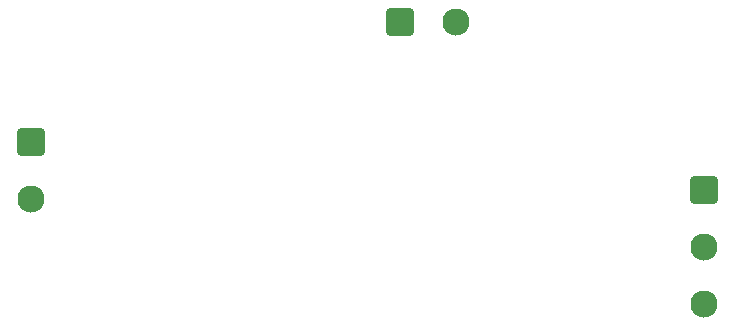
<source format=gbr>
%TF.GenerationSoftware,KiCad,Pcbnew,9.0.2*%
%TF.CreationDate,2025-07-08T17:36:15+03:00*%
%TF.ProjectId,rechargeble_pack,72656368-6172-4676-9562-6c655f706163,rev?*%
%TF.SameCoordinates,Original*%
%TF.FileFunction,Soldermask,Bot*%
%TF.FilePolarity,Negative*%
%FSLAX46Y46*%
G04 Gerber Fmt 4.6, Leading zero omitted, Abs format (unit mm)*
G04 Created by KiCad (PCBNEW 9.0.2) date 2025-07-08 17:36:15*
%MOMM*%
%LPD*%
G01*
G04 APERTURE LIST*
G04 Aperture macros list*
%AMRoundRect*
0 Rectangle with rounded corners*
0 $1 Rounding radius*
0 $2 $3 $4 $5 $6 $7 $8 $9 X,Y pos of 4 corners*
0 Add a 4 corners polygon primitive as box body*
4,1,4,$2,$3,$4,$5,$6,$7,$8,$9,$2,$3,0*
0 Add four circle primitives for the rounded corners*
1,1,$1+$1,$2,$3*
1,1,$1+$1,$4,$5*
1,1,$1+$1,$6,$7*
1,1,$1+$1,$8,$9*
0 Add four rect primitives between the rounded corners*
20,1,$1+$1,$2,$3,$4,$5,0*
20,1,$1+$1,$4,$5,$6,$7,0*
20,1,$1+$1,$6,$7,$8,$9,0*
20,1,$1+$1,$8,$9,$2,$3,0*%
G04 Aperture macros list end*
%ADD10RoundRect,0.250001X-0.899999X-0.899999X0.899999X-0.899999X0.899999X0.899999X-0.899999X0.899999X0*%
%ADD11C,2.300000*%
%ADD12RoundRect,0.250001X-0.899999X0.899999X-0.899999X-0.899999X0.899999X-0.899999X0.899999X0.899999X0*%
G04 APERTURE END LIST*
D10*
%TO.C,J2*%
X36200000Y-3500000D03*
D11*
X41000000Y-3500000D03*
%TD*%
D12*
%TO.C,J1*%
X62000000Y-17787500D03*
D11*
X62000000Y-22587500D03*
X62000000Y-27387500D03*
%TD*%
D12*
%TO.C,J3*%
X5000000Y-13687500D03*
D11*
X5000000Y-18487500D03*
%TD*%
M02*

</source>
